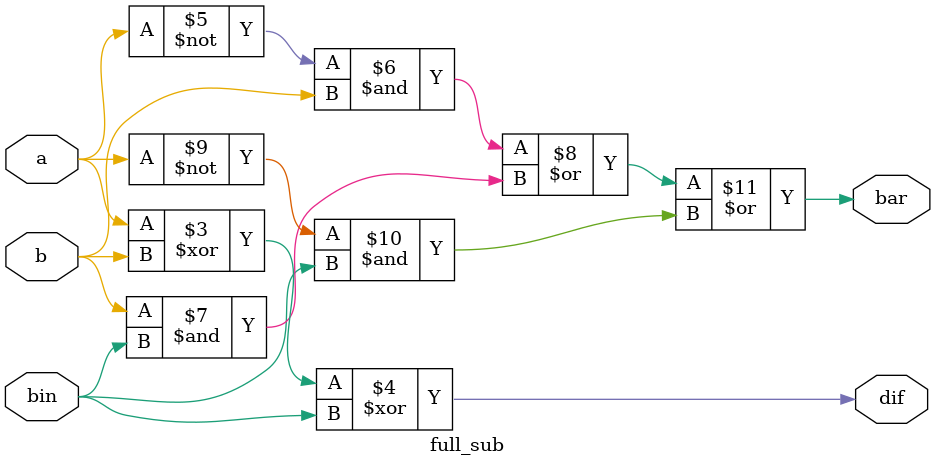
<source format=v>
module full_sub(a,b,bin,dif,bar);
    input a,b,bin;
    output dif,bar;
    assign dif = a^b^bin;
    assign bar = ~a&b|b&bin|~a&bin;
    endmodule

    // testbench code

    module full_sub_tb();
        reg a,b,bin;
        wire dif,bar;

        full_sub HA(a,b,bin,dif,bar);
        initial 
        repeat (8)
        begin
        a=$random; b=$random; bin=$random; #10;
        end
        initial
        $monitor("a=%b b=%b bin=%b dif=%b bar=%b",a,b,bin,dif,bar);
        endmodule


</source>
